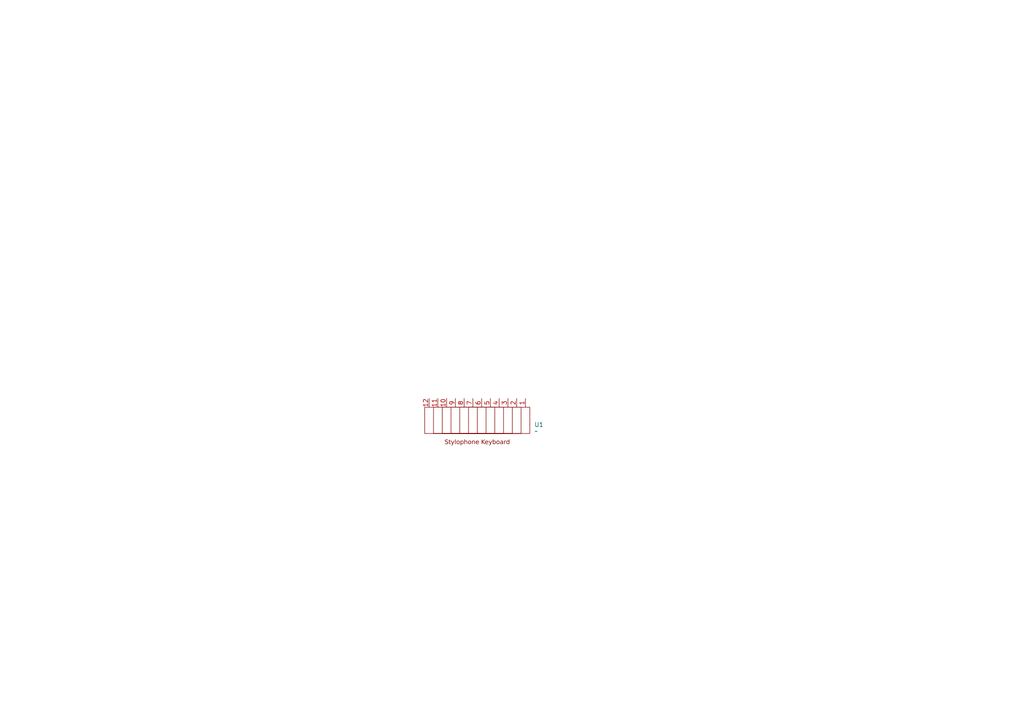
<source format=kicad_sch>
(kicad_sch (version 20231120) (generator "eeschema") (generator_version "8.0")
  (paper "A4")
  (title_block (title "YES Intro to Kicad - Stylophone") (date "2024-09-27") (rev "0.01") (company "yorkengsoc.org"))
  (lib_symbols
    (symbol "Keyboard:12_Pin_Keyboard"
      (property "Reference" "U" (at 0 0 0))
      (symbol "12_Pin_Keyboard_0_1"
        (rectangle (start -12.7 3.81) (end 12.7 -3.81))
        (rectangle (start -10.16 3.81) (end 10.16 -3.81))
        (rectangle (start -7.62 3.81) (end 7.62 -3.81))
        (rectangle (start -5.08 3.81) (end 5.08 -3.81))
        (rectangle (start -2.54 3.81) (end 2.54 -3.81))
        (polyline (pts (xy 0 3.81) (xy 0 -3.81)))
        (rectangle (start 15.24 3.81) (end -15.24 -3.81))
      )
      (symbol "12_Pin_Keyboard_1_1"
        (text "Stylophone Keyboard" (at 0 -6.35 0) (effects (font (size 1.27 1.27))))
        (pin input line (at 13.97 6.35 270) (length 2.54) (name "") (number "1"))
        (pin input line (at -8.89 6.35 270) (length 2.54) (name "") (number "10"))
        (pin input line (at -11.43 6.35 270) (length 2.54) (name "") (number "11"))
        (pin input line (at -13.97 6.35 270) (length 2.54) (name "") (number "12"))
        (pin input line (at 11.43 6.35 270) (length 2.54) (name "") (number "2"))
        (pin input line (at 8.89 6.35 270) (length 2.54) (name "") (number "3"))
        (pin input line (at 6.35 6.35 270) (length 2.54) (name "") (number "4"))
        (pin input line (at 3.81 6.35 270) (length 2.54) (name "") (number "5"))
        (pin input line (at 1.27 6.35 270) (length 2.54) (name "") (number "6"))
        (pin input line (at -1.27 6.35 270) (length 2.54) (name "") (number "7"))
        (pin input line (at -3.81 6.35 270) (length 2.54) (name "") (number "8"))
        (pin input line (at -6.35 6.35 270) (length 2.54) (name "") (number "9"))
      )
    )
  )
  (symbol (lib_id "Keyboard:12_Pin_Keyboard") (at 138.43 121.92 0) (unit 1)
    (property "Reference" "U1" (at 154.94 123.1653 0) (effects (justify left)))
    (property "Value" "~" (at 154.94 125.0704 0) (effects (justify left)))
  )
)
</source>
